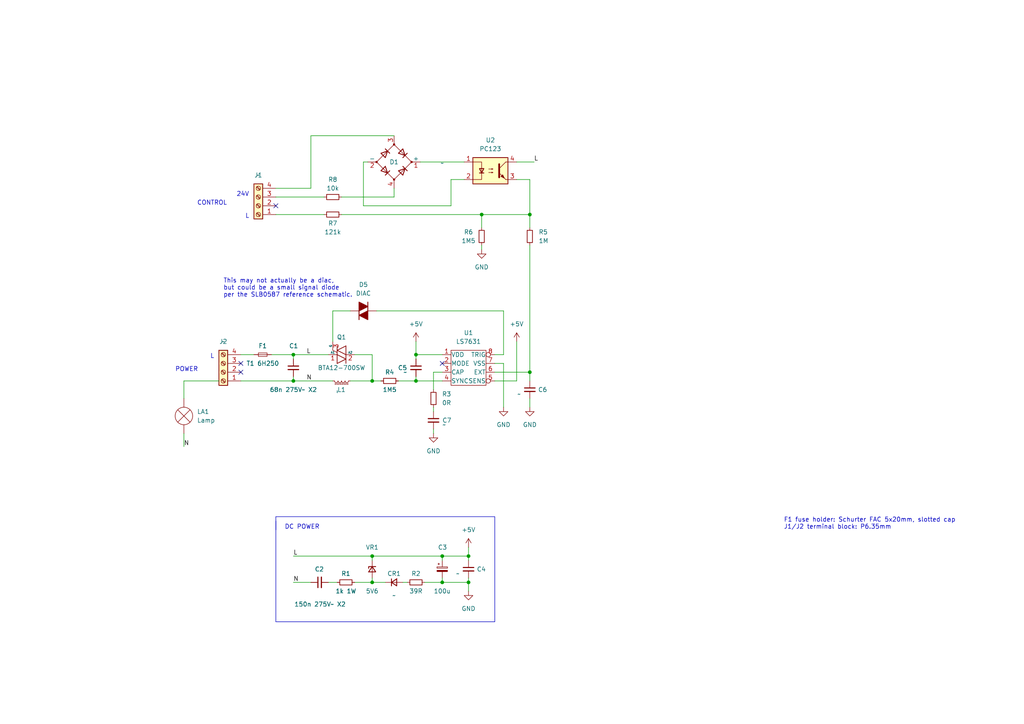
<source format=kicad_sch>
(kicad_sch (version 20230121) (generator eeschema)
  (paper "A4")
  (title_block (title "LK IHC Dimmer 350 LR") (date "2023-12-18") (rev "5") (comment 1 "LK913CB4") (comment 2 "LK913A4") (comment 3 "LK913DA4"))
  (lib_symbols
    (symbol "Connector:Screw_Terminal_01x04" (pin_names (offset 1.016) hide)
      (property "Reference" "J" (at 0 5.08 0))
      (property "Value" "Screw_Terminal_01x04" (at 0 -7.62 0))
      (symbol "Screw_Terminal_01x04_1_1"
        (rectangle (start -1.27 3.81) (end 1.27 -6.35) (stroke (width 0.254)) (fill (type background)))
        (circle (center 0 -5.08) (radius 0.635) (stroke (width 0.1524)))
        (circle (center 0 -2.54) (radius 0.635) (stroke (width 0.1524)))
        (polyline (pts (xy -0.5334 -4.7498) (xy 0.3302 -5.588)) (stroke (width 0.1524)))
        (polyline (pts (xy -0.5334 -2.2098) (xy 0.3302 -3.048)) (stroke (width 0.1524)))
        (polyline (pts (xy -0.5334 0.3302) (xy 0.3302 -0.508)) (stroke (width 0.1524)))
        (polyline (pts (xy -0.5334 2.8702) (xy 0.3302 2.032)) (stroke (width 0.1524)))
        (polyline (pts (xy -0.3556 -4.572) (xy 0.508 -5.4102)) (stroke (width 0.1524)))
        (polyline (pts (xy -0.3556 -2.032) (xy 0.508 -2.8702)) (stroke (width 0.1524)))
        (polyline (pts (xy -0.3556 0.508) (xy 0.508 -0.3302)) (stroke (width 0.1524)))
        (polyline (pts (xy -0.3556 3.048) (xy 0.508 2.2098)) (stroke (width 0.1524)))
        (circle (center 0 0) (radius 0.635) (stroke (width 0.1524)))
        (circle (center 0 2.54) (radius 0.635) (stroke (width 0.1524)))
        (pin passive line (at -5.08 2.54 0) (length 3.81) (name "Pin_1") (number "1"))
        (pin passive line (at -5.08 0 0) (length 3.81) (name "Pin_2") (number "2"))
        (pin passive line (at -5.08 -2.54 0) (length 3.81) (name "Pin_3") (number "3"))
        (pin passive line (at -5.08 -5.08 0) (length 3.81) (name "Pin_4") (number "4"))
      )
    )
    (symbol "Device:C_Polarized_Small" (pin_numbers hide) (pin_names (offset 0.254) hide)
      (property "Reference" "C" (at 0.254 1.778 0))
      (property "Value" "C_Polarized_Small" (at 0.254 -2.032 0))
      (symbol "C_Polarized_Small_0_1"
        (rectangle (start -1.524 -0.3048) (end 1.524 -0.6858) (fill (type outline)))
        (rectangle (start -1.524 0.6858) (end 1.524 0.3048))
        (polyline (pts (xy -1.27 1.524) (xy -0.762 1.524)))
        (polyline (pts (xy -1.016 1.27) (xy -1.016 1.778)))
      )
      (symbol "C_Polarized_Small_1_1"
        (pin passive line (at 0 2.54 270) (length 1.8542) (name "~") (number "1"))
        (pin passive line (at 0 -2.54 90) (length 1.8542) (name "~") (number "2"))
      )
    )
    (symbol "Device:C_Small" (pin_numbers hide) (pin_names (offset 0.254) hide)
      (property "Reference" "C" (at 0.254 1.778 0))
      (property "Value" "C_Small" (at 0.254 -2.032 0))
      (symbol "C_Small_0_1"
        (polyline (pts (xy -1.524 -0.508) (xy 1.524 -0.508)) (stroke (width 0.3302)))
        (polyline (pts (xy -1.524 0.508) (xy 1.524 0.508)) (stroke (width 0.3048)))
      )
      (symbol "C_Small_1_1"
        (pin passive line (at 0 2.54 270) (length 2.032) (name "~") (number "1"))
        (pin passive line (at 0 -2.54 90) (length 2.032) (name "~") (number "2"))
      )
    )
    (symbol "Device:DIAC" (pin_numbers hide) (pin_names (offset 1.016) hide)
      (property "Reference" "D" (at 0 3.81 0))
      (property "Value" "DIAC" (at 0 -3.81 0))
      (symbol "DIAC_0_1"
        (polyline (pts (xy -1.27 -2.54) (xy -1.27 2.54) (xy 1.27 1.27) (xy -1.27 0)) (stroke (width 0.254)) (fill (type outline)))
        (polyline (pts (xy 1.27 2.54) (xy 1.27 -2.54) (xy -1.27 -1.27) (xy 1.27 0)) (stroke (width 0.254)) (fill (type outline)))
      )
      (symbol "DIAC_1_1"
        (pin passive line (at -3.81 0 0) (length 2.54) (name "K") (number "1"))
        (pin passive line (at 3.81 0 180) (length 2.54) (name "A") (number "2"))
      )
    )
    (symbol "Device:D_Bridge_+-AA" (pin_names (offset 0))
      (property "Reference" "D" (at 2.54 6.985 0))
      (property "Value" "D_Bridge_+-AA" (at 2.54 5.08 0))
      (symbol "D_Bridge_+-AA_0_1"
        (circle (center -5.08 0) (radius 0.254) (fill (type outline)))
        (circle (center 0 -5.08) (radius 0.254) (fill (type outline)))
        (polyline (pts (xy -2.54 3.81) (xy -1.27 2.54)) (stroke (width 0.254)))
        (polyline (pts (xy -1.27 -2.54) (xy -2.54 -3.81)) (stroke (width 0.254)))
        (polyline (pts (xy 2.54 -1.27) (xy 3.81 -2.54)) (stroke (width 0.254)))
        (polyline (pts (xy 2.54 1.27) (xy 3.81 2.54)) (stroke (width 0.254)))
        (polyline (pts (xy -3.81 2.54) (xy -2.54 1.27) (xy -1.905 3.175) (xy -3.81 2.54)) (stroke (width 0.254)))
        (polyline (pts (xy -2.54 -1.27) (xy -3.81 -2.54) (xy -1.905 -3.175) (xy -2.54 -1.27)) (stroke (width 0.254)))
        (polyline (pts (xy 1.27 2.54) (xy 2.54 3.81) (xy 3.175 1.905) (xy 1.27 2.54)) (stroke (width 0.254)))
        (polyline (pts (xy 3.175 -1.905) (xy 1.27 -2.54) (xy 2.54 -3.81) (xy 3.175 -1.905)) (stroke (width 0.254)))
        (polyline (pts (xy -5.08 0) (xy 0 -5.08) (xy 5.08 0) (xy 0 5.08) (xy -5.08 0)))
        (circle (center 0 5.08) (radius 0.254) (fill (type outline)))
        (circle (center 5.08 0) (radius 0.254) (fill (type outline)))
      )
      (symbol "D_Bridge_+-AA_1_1"
        (pin passive line (at 7.62 0 180) (length 2.54) (name "+") (number "1"))
        (pin passive line (at -7.62 0 0) (length 2.54) (name "-") (number "2"))
        (pin passive line (at 0 7.62 270) (length 2.54) (name "~") (number "3"))
        (pin passive line (at 0 -7.62 90) (length 2.54) (name "~") (number "4"))
      )
    )
    (symbol "Device:D_Small" (pin_numbers hide) (pin_names (offset 0.254) hide)
      (property "Reference" "D" (at -1.27 2.032 0))
      (property "Value" "D_Small" (at -3.81 -2.032 0))
      (symbol "D_Small_0_1"
        (polyline (pts (xy -0.762 -1.016) (xy -0.762 1.016)) (stroke (width 0.254)))
        (polyline (pts (xy -0.762 0) (xy 0.762 0)))
        (polyline (pts (xy 0.762 -1.016) (xy -0.762 0) (xy 0.762 1.016) (xy 0.762 -1.016)) (stroke (width 0.254)))
      )
      (symbol "D_Small_1_1"
        (pin passive line (at -2.54 0 0) (length 1.778) (name "K") (number "1"))
        (pin passive line (at 2.54 0 180) (length 1.778) (name "A") (number "2"))
      )
    )
    (symbol "Device:D_Zener_Small" (pin_numbers hide) (pin_names (offset 0.254) hide)
      (property "Reference" "D" (at 0 2.286 0))
      (property "Value" "D_Zener_Small" (at 0 -2.286 0))
      (symbol "D_Zener_Small_0_1"
        (polyline (pts (xy 0.762 0) (xy -0.762 0)))
        (polyline (pts (xy -0.254 1.016) (xy -0.762 1.016) (xy -0.762 -1.016)) (stroke (width 0.254)))
        (polyline (pts (xy 0.762 1.016) (xy -0.762 0) (xy 0.762 -1.016) (xy 0.762 1.016)) (stroke (width 0.254)))
      )
      (symbol "D_Zener_Small_1_1"
        (pin passive line (at -2.54 0 0) (length 1.778) (name "K") (number "1"))
        (pin passive line (at 2.54 0 180) (length 1.778) (name "A") (number "2"))
      )
    )
    (symbol "Device:Fuse_Small" (pin_numbers hide) (pin_names (offset 0.254) hide)
      (property "Reference" "F" (at 0 -1.524 0))
      (property "Value" "Fuse_Small" (at 0 1.524 0))
      (symbol "Fuse_Small_0_1"
        (rectangle (start -1.27 0.508) (end 1.27 -0.508))
        (polyline (pts (xy -1.27 0) (xy 1.27 0)))
      )
      (symbol "Fuse_Small_1_1"
        (pin passive line (at -2.54 0 0) (length 1.27) (name "~") (number "1"))
        (pin passive line (at 2.54 0 180) (length 1.27) (name "~") (number "2"))
      )
    )
    (symbol "Device:L_Ferrite_Small" (pin_numbers hide) (pin_names (offset 0.254) hide)
      (property "Reference" "L" (at 1.27 1.016 0))
      (property "Value" "L_Ferrite_Small" (at 1.27 -1.27 0))
      (symbol "L_Ferrite_Small_0_1"
        (arc (start 0 -2.032) (mid 0.5058 -1.524) (end 0 -1.016))
        (arc (start 0 -1.016) (mid 0.5058 -0.508) (end 0 0))
        (polyline (pts (xy 0.762 -1.905) (xy 0.762 -1.651)))
        (polyline (pts (xy 0.762 -1.397) (xy 0.762 -1.143)))
        (polyline (pts (xy 0.762 -0.889) (xy 0.762 -0.635)))
        (polyline (pts (xy 0.762 -0.381) (xy 0.762 -0.127)))
        (polyline (pts (xy 0.762 0.127) (xy 0.762 0.381)))
        (polyline (pts (xy 0.762 0.635) (xy 0.762 0.889)))
        (polyline (pts (xy 0.762 1.143) (xy 0.762 1.397)))
        (polyline (pts (xy 0.762 1.651) (xy 0.762 1.905)))
        (polyline (pts (xy 1.016 -1.651) (xy 1.016 -1.905)))
        (polyline (pts (xy 1.016 -1.143) (xy 1.016 -1.397)))
        (polyline (pts (xy 1.016 -0.635) (xy 1.016 -0.889)))
        (polyline (pts (xy 1.016 -0.127) (xy 1.016 -0.381)))
        (polyline (pts (xy 1.016 0.381) (xy 1.016 0.127)))
        (polyline (pts (xy 1.016 0.889) (xy 1.016 0.635)))
        (polyline (pts (xy 1.016 1.397) (xy 1.016 1.143)))
        (polyline (pts (xy 1.016 1.905) (xy 1.016 1.651)))
        (arc (start 0 0) (mid 0.5058 0.508) (end 0 1.016))
        (arc (start 0 1.016) (mid 0.5058 1.524) (end 0 2.032))
      )
      (symbol "L_Ferrite_Small_1_1"
        (pin passive line (at 0 2.54 270) (length 0.508) (name "~") (number "1"))
        (pin passive line (at 0 -2.54 90) (length 0.508) (name "~") (number "2"))
      )
    )
    (symbol "Device:Lamp" (pin_numbers hide) (pin_names (offset 0.0254) hide)
      (property "Reference" "LA" (at 0.635 3.81 0))
      (property "Value" "Lamp" (at 0.635 -3.81 0))
      (symbol "Lamp_0_1"
        (polyline (pts (xy -1.778 1.778) (xy 1.778 -1.778)))
        (polyline (pts (xy 1.778 1.778) (xy -1.778 -1.778)))
        (circle (center 0 0) (radius 2.54))
      )
      (symbol "Lamp_1_1"
        (pin passive line (at 0 -5.08 90) (length 2.54) (name "-") (number "1"))
        (pin passive line (at 0 5.08 270) (length 2.54) (name "+") (number "2"))
      )
    )
    (symbol "Device:Q_TRIAC_A1A2G" (pin_names (offset 0))
      (property "Reference" "D" (at 3.175 0.635 0))
      (property "Value" "Q_TRIAC_A1A2G" (at 3.175 -1.27 0))
      (symbol "Q_TRIAC_A1A2G_0_1"
        (polyline (pts (xy -2.54 -1.27) (xy 2.54 -1.27)) (stroke (width 0.2032)))
        (polyline (pts (xy -2.54 1.27) (xy 2.54 1.27)) (stroke (width 0.2032)))
        (polyline (pts (xy -1.27 -2.54) (xy -0.635 -1.27)))
        (polyline (pts (xy -2.54 1.27) (xy -1.27 -1.27) (xy 0 1.27)) (stroke (width 0.2032)))
        (polyline (pts (xy 0 -1.27) (xy 1.27 1.27) (xy 2.54 -1.27)) (stroke (width 0.2032)))
      )
      (symbol "Q_TRIAC_A1A2G_1_1"
        (pin passive line (at 0 -3.81 90) (length 2.54) (name "A1") (number "1"))
        (pin passive line (at 0 3.81 270) (length 2.54) (name "A2") (number "2"))
        (pin input line (at -3.81 -2.54 0) (length 2.54) (name "G") (number "3"))
      )
    )
    (symbol "Device:R_Small" (pin_numbers hide) (pin_names (offset 0.254) hide)
      (property "Reference" "R" (at 0.762 0.508 0))
      (property "Value" "R_Small" (at 0.762 -1.016 0))
      (symbol "R_Small_0_1"
        (rectangle (start -0.762 1.778) (end 0.762 -1.778) (stroke (width 0.2032)))
      )
      (symbol "R_Small_1_1"
        (pin passive line (at 0 2.54 270) (length 0.762) (name "~") (number "1"))
        (pin passive line (at 0 -2.54 90) (length 0.762) (name "~") (number "2"))
      )
    )
    (symbol "Isolator:PC817" (pin_names (offset 1.016))
      (property "Reference" "U" (at -5.08 5.08 0))
      (property "Value" "PC817" (at 0 5.08 0))
      (symbol "PC817_0_1"
        (rectangle (start -5.08 3.81) (end 5.08 -3.81) (stroke (width 0.254)) (fill (type background)))
        (polyline (pts (xy -3.175 -0.635) (xy -1.905 -0.635)) (stroke (width 0.254)))
        (polyline (pts (xy 2.54 0.635) (xy 4.445 2.54)))
        (polyline (pts (xy 4.445 -2.54) (xy 2.54 -0.635)) (fill (type outline)))
        (polyline (pts (xy 4.445 -2.54) (xy 5.08 -2.54)))
        (polyline (pts (xy 4.445 2.54) (xy 5.08 2.54)))
        (polyline (pts (xy -5.08 2.54) (xy -2.54 2.54) (xy -2.54 -0.635)))
        (polyline (pts (xy -2.54 -0.635) (xy -2.54 -2.54) (xy -5.08 -2.54)))
        (polyline (pts (xy 2.54 1.905) (xy 2.54 -1.905) (xy 2.54 -1.905)) (stroke (width 0.508)))
        (polyline (pts (xy -2.54 -0.635) (xy -3.175 0.635) (xy -1.905 0.635) (xy -2.54 -0.635)) (stroke (width 0.254)))
        (polyline (pts (xy -0.508 -0.508) (xy 0.762 -0.508) (xy 0.381 -0.635) (xy 0.381 -0.381) (xy 0.762 -0.508)))
        (polyline (pts (xy -0.508 0.508) (xy 0.762 0.508) (xy 0.381 0.381) (xy 0.381 0.635) (xy 0.762 0.508)))
        (polyline (pts (xy 3.048 -1.651) (xy 3.556 -1.143) (xy 4.064 -2.159) (xy 3.048 -1.651) (xy 3.048 -1.651)) (fill (type outline)))
      )
      (symbol "PC817_1_1"
        (pin passive line (at -7.62 2.54 0) (length 2.54) (name "~") (number "1"))
        (pin passive line (at -7.62 -2.54 0) (length 2.54) (name "~") (number "2"))
        (pin passive line (at 7.62 -2.54 180) (length 2.54) (name "~") (number "3"))
        (pin passive line (at 7.62 2.54 180) (length 2.54) (name "~") (number "4"))
      )
    )
    (symbol "LK913A4:LS7631" (pin_names (offset 0.05))
      (property "Reference" "U" (at 0 6.35 0))
      (property "Value" "LS7631" (at 0 0 0))
      (symbol "LS7631_0_1"
        (polyline (pts (xy -5.08 5.08) (xy -5.08 -5.08) (xy 5.08 -5.08) (xy 5.08 5.08) (xy -5.08 5.08)))
      )
      (symbol "LS7631_1_1"
        (pin power_in line (at -7.62 3.81 0) (length 2.54) (name "VDD") (number "1"))
        (pin input line (at -7.62 1.27 0) (length 2.54) (name "MODE") (number "2"))
        (pin passive line (at -7.62 -1.27 0) (length 2.54) (name "CAP") (number "3"))
        (pin input line (at -7.62 -3.81 0) (length 2.54) (name "SYNC") (number "4"))
        (pin input inverted (at 7.62 -3.81 180) (length 2.54) (name "SENS") (number "5"))
        (pin input line (at 7.62 -1.27 180) (length 2.54) (name "EXT") (number "6"))
        (pin power_in line (at 7.62 1.27 180) (length 2.54) (name "VSS") (number "7"))
        (pin output inverted (at 7.62 3.81 180) (length 2.54) (name "TRIG") (number "8"))
      )
    )
    (symbol "power:+5V" (power) (pin_names (offset 0))
      (property "Value" "+5V" (at 0 3.556 0))
      (symbol "+5V_0_1"
        (polyline (pts (xy -0.762 1.27) (xy 0 2.54)))
        (polyline (pts (xy 0 0) (xy 0 2.54)))
        (polyline (pts (xy 0 2.54) (xy 0.762 1.27)))
      )
      (symbol "+5V_1_1"
        (pin power_in line (at 0 0 90) (length 0) hide (name "+5V") (number "1"))
      )
    )
    (symbol "power:GND" (power) (pin_names (offset 0))
      (property "Value" "GND" (at 0 -3.81 0))
      (symbol "GND_0_1"
        (polyline (pts (xy 0 0) (xy 0 -1.27) (xy 1.27 -1.27) (xy 0 -2.54) (xy -1.27 -1.27) (xy 0 -1.27)))
      )
      (symbol "GND_1_1"
        (pin power_in line (at 0 0 270) (length 0) hide (name "GND") (number "1"))
      )
    )
  )
  (junction (at 139.7 62.23))
  (junction (at 107.95 110.49))
  (junction (at 120.65 110.49))
  (junction (at 107.95 161.29))
  (junction (at 135.89 168.91))
  (junction (at 153.67 107.95))
  (junction (at 128.27 161.29))
  (junction (at 135.89 161.29))
  (junction (at 85.09 110.49))
  (junction (at 85.09 102.87))
  (junction (at 107.95 168.91))
  (junction (at 120.65 102.87))
  (junction (at 128.27 168.91))
  (junction (at 153.67 62.23))
  (no_connect (at 69.85 105.41))
  (no_connect (at 128.27 105.41))
  (no_connect (at 69.85 107.95))
  (no_connect (at 80.01 59.69))
  (wire (pts (xy 95.25 168.91) (xy 97.79 168.91)))
  (wire (pts (xy 116.84 168.91) (xy 118.11 168.91)))
  (wire (pts (xy 139.7 62.23) (xy 139.7 66.04)))
  (wire (pts (xy 128.27 168.91) (xy 128.27 167.64)))
  (wire (pts (xy 102.87 102.87) (xy 107.95 102.87)))
  (polyline (pts (xy 80.01 149.86) (xy 80.01 153.67)))
  (wire (pts (xy 53.34 125.73) (xy 53.34 129.54)))
  (wire (pts (xy 139.7 62.23) (xy 153.67 62.23)))
  (wire (pts (xy 90.17 54.61) (xy 90.17 39.37)))
  (wire (pts (xy 153.67 62.23) (xy 153.67 52.07)))
  (wire (pts (xy 107.95 102.87) (xy 107.95 110.49)))
  (wire (pts (xy 114.3 57.15) (xy 114.3 54.61)))
  (wire (pts (xy 69.85 102.87) (xy 73.66 102.87)))
  (wire (pts (xy 107.95 168.91) (xy 111.76 168.91)))
  (wire (pts (xy 80.01 62.23) (xy 93.98 62.23)))
  (wire (pts (xy 53.34 115.57) (xy 53.34 110.49)))
  (wire (pts (xy 146.05 90.17) (xy 146.05 102.87)))
  (wire (pts (xy 115.57 110.49) (xy 120.65 110.49)))
  (wire (pts (xy 80.01 57.15) (xy 93.98 57.15)))
  (wire (pts (xy 149.86 46.99) (xy 154.94 46.99)))
  (wire (pts (xy 109.22 90.17) (xy 146.05 90.17)))
  (wire (pts (xy 135.89 158.75) (xy 135.89 161.29)))
  (wire (pts (xy 85.09 161.29) (xy 107.95 161.29)))
  (wire (pts (xy 96.52 90.17) (xy 96.52 99.06)))
  (wire (pts (xy 130.81 59.69) (xy 105.41 59.69)))
  (wire (pts (xy 125.73 118.11) (xy 125.73 119.38)))
  (wire (pts (xy 146.05 118.11) (xy 146.05 105.41)))
  (wire (pts (xy 128.27 161.29) (xy 128.27 162.56)))
  (polyline (pts (xy 143.51 180.34) (xy 143.51 149.86)))
  (wire (pts (xy 102.87 168.91) (xy 107.95 168.91)))
  (wire (pts (xy 101.6 90.17) (xy 96.52 90.17)))
  (wire (pts (xy 69.85 110.49) (xy 85.09 110.49)))
  (wire (pts (xy 120.65 102.87) (xy 128.27 102.87)))
  (wire (pts (xy 125.73 113.03) (xy 125.73 107.95)))
  (wire (pts (xy 78.74 102.87) (xy 85.09 102.87)))
  (wire (pts (xy 149.86 99.06) (xy 149.86 110.49)))
  (polyline (pts (xy 80.01 180.34) (xy 143.51 180.34)))
  (wire (pts (xy 101.6 110.49) (xy 107.95 110.49)))
  (wire (pts (xy 130.81 52.07) (xy 130.81 59.69)))
  (wire (pts (xy 153.67 115.57) (xy 153.67 118.11)))
  (wire (pts (xy 121.92 46.99) (xy 134.62 46.99)))
  (wire (pts (xy 85.09 104.14) (xy 85.09 102.87)))
  (wire (pts (xy 120.65 102.87) (xy 120.65 99.06)))
  (wire (pts (xy 90.17 39.37) (xy 114.3 39.37)))
  (wire (pts (xy 107.95 161.29) (xy 128.27 161.29)))
  (wire (pts (xy 146.05 105.41) (xy 143.51 105.41)))
  (wire (pts (xy 153.67 71.12) (xy 153.67 107.95)))
  (wire (pts (xy 120.65 109.22) (xy 120.65 110.49)))
  (wire (pts (xy 128.27 168.91) (xy 135.89 168.91)))
  (wire (pts (xy 107.95 161.29) (xy 107.95 162.56)))
  (wire (pts (xy 53.34 110.49) (xy 63.5 110.49)))
  (wire (pts (xy 153.67 52.07) (xy 149.86 52.07)))
  (wire (pts (xy 153.67 62.23) (xy 153.67 66.04)))
  (wire (pts (xy 134.62 52.07) (xy 130.81 52.07)))
  (wire (pts (xy 105.41 46.99) (xy 106.68 46.99)))
  (wire (pts (xy 139.7 71.12) (xy 139.7 72.39)))
  (wire (pts (xy 99.06 62.23) (xy 139.7 62.23)))
  (wire (pts (xy 85.09 102.87) (xy 95.25 102.87)))
  (wire (pts (xy 135.89 161.29) (xy 135.89 162.56)))
  (wire (pts (xy 120.65 110.49) (xy 128.27 110.49)))
  (wire (pts (xy 125.73 107.95) (xy 128.27 107.95)))
  (wire (pts (xy 107.95 110.49) (xy 110.49 110.49)))
  (wire (pts (xy 85.09 110.49) (xy 96.52 110.49)))
  (wire (pts (xy 153.67 107.95) (xy 153.67 110.49)))
  (wire (pts (xy 85.09 168.91) (xy 90.17 168.91)))
  (wire (pts (xy 123.19 168.91) (xy 128.27 168.91)))
  (wire (pts (xy 99.06 57.15) (xy 114.3 57.15)))
  (wire (pts (xy 85.09 109.22) (xy 85.09 110.49)))
  (polyline (pts (xy 143.51 149.86) (xy 80.01 149.86)))
  (polyline (pts (xy 80.01 151.13) (xy 80.01 180.34)))
  (wire (pts (xy 146.05 102.87) (xy 143.51 102.87)))
  (wire (pts (xy 135.89 168.91) (xy 135.89 171.45)))
  (wire (pts (xy 120.65 102.87) (xy 120.65 104.14)))
  (wire (pts (xy 149.86 110.49) (xy 143.51 110.49)))
  (wire (pts (xy 125.73 124.46) (xy 125.73 125.73)))
  (wire (pts (xy 135.89 168.91) (xy 135.89 167.64)))
  (wire (pts (xy 128.27 161.29) (xy 135.89 161.29)))
  (wire (pts (xy 107.95 168.91) (xy 107.95 167.64)))
  (wire (pts (xy 105.41 59.69) (xy 105.41 46.99)))
  (wire (pts (xy 80.01 54.61) (xy 90.17 54.61)))
  (wire (pts (xy 143.51 107.95) (xy 153.67 107.95)))
  (text "DC POWER" (at 82.55 153.67 0) (effects (font (size 1.27 1.27)) (justify left bottom)))
  (text "F1 fuse holder: Schurter FAC 5x20mm, slotted cap\nJ1/J2 terminal block: P6.35mm" (at 227.33 153.67 0) (effects (font (size 1.27 1.27)) (justify left bottom)))
  (text "POWER" (at 50.8 107.95 0) (effects (font (size 1.27 1.27)) (justify left bottom)))
  (text "CONTROL" (at 57.15 59.69 0) (effects (font (size 1.27 1.27)) (justify left bottom)))
  (text "24V" (at 68.58 57.15 0) (effects (font (size 1.27 1.27)) (justify left bottom)))
  (text "L" (at 71.12 63.5 0) (effects (font (size 1.27 1.27)) (justify left bottom)))
  (text "This may not actually be a diac,\nbut could be a small signal diode\nper the SLB0587 reference schematic." (at 64.77 86.36 0) (effects (font (size 1.27 1.27)) (justify left bottom)))
  (text "L" (at 60.96 104.14 0) (effects (font (size 1.27 1.27)) (justify left bottom)))
  (label "N" (at 88.9 110.49 0))
  (label "N" (at 53.34 129.5355 0))
  (label "L" (at 88.9 102.87 0))
  (label "L" (at 154.8666 46.99 0))
  (label "L" (at 85.09 161.29 0))
  (label "N" (at 85.09 168.91 0))
  (symbol (lib_id "Device:R_Small") (at 153.67 68.58 180) (unit 1)
    (property "Reference" "R5" (at 156.21 67.31 0) (effects (justify right)))
    (property "Value" "1M" (at 156.21 69.85 0) (effects (justify right)))
  )
  (symbol (lib_id "Device:C_Small") (at 153.67 113.03 0) (mirror y) (unit 1)
    (property "Reference" "C6" (at 158.75 113.03 0) (effects (justify left)))
    (property "Value" "~" (at 151.13 114.3063 0) (effects (justify left)))
  )
  (symbol (lib_id "Device:C_Small") (at 120.65 106.68 0) (mirror y) (unit 1)
    (property "Reference" "C5" (at 118.11 106.68 0) (effects (justify left)))
    (property "Value" "~" (at 118.11 107.9563 0) (effects (justify left)))
  )
  (symbol (lib_id "Device:R_Small") (at 96.52 62.23 90) (mirror x) (unit 1)
    (property "Reference" "R7" (at 96.52 64.77 90))
    (property "Value" "121k" (at 96.52 67.31 90))
  )
  (symbol (lib_id "Device:R_Small") (at 139.7 68.58 180) (unit 1)
    (property "Reference" "R6" (at 135.89 67.31 0))
    (property "Value" "1M5" (at 135.89 69.85 0))
  )
  (symbol (lib_id "Device:C_Small") (at 125.73 121.92 0) (unit 1)
    (property "Reference" "C7" (at 128.27 121.92 0) (effects (justify left)))
    (property "Value" "~" (at 128.27 123.1963 0) (effects (justify left)))
  )
  (symbol (lib_id "Connector:Screw_Terminal_01x04") (at 74.93 59.69 180) (unit 1)
    (property "Reference" "J1" (at 74.93 50.8 0))
    (property "Value" "~" (at 74.93 50.8 0))
  )
  (symbol (lib_id "power:+5V") (at 135.89 158.75 0) (unit 1)
    (property "Reference" "#PWR02" (effects hide))
    (property "Value" "+5V" (at 135.89 153.67 0))
  )
  (symbol (lib_id "Device:D_Bridge_+-AA") (at 114.3 46.99 0) (unit 1)
    (property "Reference" "D1" (at 114.3 46.99 0))
    (property "Value" "~" (at 128.27 47.3141 0))
  )
  (symbol (lib_id "Device:DIAC") (at 105.41 90.17 0) (unit 1)
    (property "Reference" "D5" (at 105.41 82.55 0))
    (property "Value" "DIAC" (at 105.41 85.09 0))
  )
  (symbol (lib_id "Connector:Screw_Terminal_01x04") (at 64.77 107.95 180) (unit 1)
    (property "Reference" "J2" (at 64.77 99.06 0))
    (property "Value" "~" (at 64.77 99.06 0))
  )
  (symbol (lib_id "Device:Q_TRIAC_A1A2G") (at 99.06 102.87 270) (unit 1)
    (property "Reference" "Q1" (at 99.06 97.79 90))
    (property "Value" "BTA12-700SW" (at 99.06 106.68 90))
  )
  (symbol (lib_id "power:GND") (at 146.05 118.11 0) (unit 1)
    (property "Reference" "#PWR04" (effects hide))
    (property "Value" "GND" (at 146.05 123.19 0))
  )
  (symbol (lib_id "Device:Fuse_Small") (at 76.2 102.87 0) (mirror x) (unit 1)
    (property "Reference" "F1" (at 76.2 100.33 0))
    (property "Value" "T1 6H250" (at 76.2 105.41 0))
  )
  (symbol (lib_id "Device:L_Ferrite_Small") (at 99.06 110.49 270) (unit 1)
    (property "Reference" "L1" (at 99.06 113.03 90))
    (property "Value" "~" (at 97.79 113.03 0) (effects (justify left)))
  )
  (symbol (lib_id "Device:R_Small") (at 113.03 110.49 270) (unit 1)
    (property "Reference" "R4" (at 113.03 107.95 90))
    (property "Value" "1M5" (at 113.03 113.03 90))
  )
  (symbol (lib_id "power:GND") (at 139.7 72.39 0) (unit 1)
    (property "Reference" "#PWR06" (effects hide))
    (property "Value" "GND" (at 139.7 77.47 0))
  )
  (symbol (lib_id "power:GND") (at 135.89 171.45 0) (unit 1)
    (property "Reference" "#PWR01" (effects hide))
    (property "Value" "GND" (at 135.89 176.53 0))
  )
  (symbol (lib_id "power:+5V") (at 120.65 99.06 0) (unit 1)
    (property "Reference" "#PWR05" (effects hide))
    (property "Value" "+5V" (at 120.65 93.98 0))
  )
  (symbol (lib_id "power:GND") (at 125.73 125.73 0) (unit 1)
    (property "Reference" "#PWR03" (effects hide))
    (property "Value" "GND" (at 125.73 130.81 0))
  )
  (symbol (lib_id "Device:D_Zener_Small") (at 107.95 165.1 90) (mirror x) (unit 1)
    (property "Reference" "VR1" (at 107.95 158.75 90))
    (property "Value" "5V6" (at 107.95 171.45 90))
    (property "Sim.Device" "D" (effects hide))
    (property "Sim.Pins" "1=K 2=A" (effects hide))
  )
  (symbol (lib_id "Device:D_Small") (at 114.3 168.91 0) (mirror x) (unit 1)
    (property "Reference" "CR1" (at 114.3 166.37 0))
    (property "Value" "~" (at 114.3 172.72 0))
    (property "Sim.Device" "D" (effects hide))
    (property "Sim.Pins" "1=K 2=A" (effects hide))
  )
  (symbol (lib_id "Device:C_Polarized_Small") (at 128.27 165.1 0) (unit 1)
    (property "Reference" "C3" (at 127 158.75 0) (effects (justify left)))
    (property "Value" "100u" (at 128.27 171.45 0))
  )
  (symbol (lib_id "power:GND") (at 153.67 118.11 0) (unit 1)
    (property "Reference" "#PWR08" (effects hide))
    (property "Value" "GND" (at 153.67 123.19 0))
  )
  (symbol (lib_id "Device:R_Small") (at 125.73 115.57 0) (mirror x) (unit 1)
    (property "Reference" "R3" (at 129.54 114.3 0))
    (property "Value" "0R" (at 129.54 116.84 0))
  )
  (symbol (lib_id "Device:R_Small") (at 100.33 168.91 90) (mirror x) (unit 1)
    (property "Reference" "R1" (at 100.33 166.37 90))
    (property "Value" "1k 1W" (at 100.33 171.45 90))
  )
  (symbol (lib_id "Device:R_Small") (at 96.52 57.15 90) (unit 1)
    (property "Reference" "R8" (at 96.52 52.07 90))
    (property "Value" "10k" (at 96.52 54.61 90))
  )
  (symbol (lib_id "LK913A4:LS7631") (at 135.89 106.68 0) (unit 1)
    (property "Reference" "U1" (at 135.89 96.52 0))
    (property "Value" "LS7631" (at 135.89 99.06 0))
    (property "Footprint" "Package_SO:SOIC-8_3.9x4.9mm_P1.27mm" (effects hide))
    (property "Datasheet" "http://www.lsicsi.com/pdfs/Data_Sheets/LS7631_LS7632.pdf" (effects hide))
  )
  (symbol (lib_id "Device:C_Small") (at 135.89 165.1 0) (mirror y) (unit 1)
    (property "Reference" "C4" (at 140.97 165.1 0) (effects (justify left)))
    (property "Value" "~" (at 133.35 166.3763 0) (effects (justify left)))
  )
  (symbol (lib_id "Device:Lamp") (at 53.34 120.65 0) (mirror y) (unit 1)
    (property "Reference" "LA1" (at 57.15 119.38 0) (effects (justify right)))
    (property "Value" "Lamp" (at 57.15 121.92 0) (effects (justify right)))
  )
  (symbol (lib_id "Device:R_Small") (at 120.65 168.91 90) (mirror x) (unit 1)
    (property "Reference" "R2" (at 120.65 166.37 90))
    (property "Value" "39R" (at 120.65 171.45 90))
  )
  (symbol (lib_id "Device:C_Small") (at 85.09 106.68 0) (unit 1)
    (property "Reference" "C1" (at 83.82 100.33 0) (effects (justify left)))
    (property "Value" "68n 275V~ X2" (at 85.09 113.03 0))
  )
  (symbol (lib_id "power:+5V") (at 149.86 99.06 0) (unit 1)
    (property "Reference" "#PWR07" (effects hide))
    (property "Value" "+5V" (at 149.86 93.98 0))
  )
  (symbol (lib_id "Isolator:PC817") (at 142.24 49.53 0) (unit 1)
    (property "Reference" "U2" (at 142.24 40.64 0))
    (property "Value" "PC123" (at 142.24 43.18 0))
    (property "Footprint" "Package_DIP:DIP-4_W7.62mm" (effects hide))
    (property "Datasheet" "http://www.soselectronic.cz/a_info/resource/d/pc817.pdf" (effects hide))
  )
  (symbol (lib_id "Device:C_Small") (at 92.71 168.91 90) (unit 1)
    (property "Reference" "C2" (at 93.98 165.1 90) (effects (justify left)))
    (property "Value" "150n 275V~ X2" (at 100.33 175.26 90) (effects (justify left)))
  )
)
</source>
